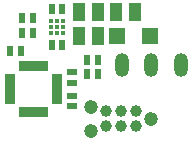
<source format=gbs>
G04*
G04 #@! TF.GenerationSoftware,Altium Limited,Altium Designer,25.8.1 (18)*
G04*
G04 Layer_Color=16711935*
%FSLAX44Y44*%
%MOMM*%
G71*
G04*
G04 #@! TF.SameCoordinates,116CCF62-5798-44C4-8A89-1D291C0AF353*
G04*
G04*
G04 #@! TF.FilePolarity,Negative*
G04*
G01*
G75*
%ADD14C,1.1938*%
%ADD15O,1.2032X2.0032*%
%ADD35C,0.4532*%
%ADD36R,0.6032X0.9032*%
%ADD37C,0.9906*%
%ADD38R,1.4032X1.4032*%
%ADD39R,1.0032X1.5032*%
%ADD40R,0.9332X0.5032*%
%ADD41R,0.5032X0.9332*%
%ADD42R,0.9032X0.6032*%
D14*
X360000Y105000D02*
D03*
X309200Y115160D02*
D03*
Y94840D02*
D03*
D15*
X385000Y150000D02*
D03*
X360000D02*
D03*
X335000D02*
D03*
D35*
X280000Y182500D02*
D03*
X285000D02*
D03*
Y187500D02*
D03*
X280000D02*
D03*
X275000D02*
D03*
Y182500D02*
D03*
Y177500D02*
D03*
X280000D02*
D03*
X285000D02*
D03*
D36*
X250500Y190000D02*
D03*
X259500D02*
D03*
X250500Y177500D02*
D03*
X259500D02*
D03*
X240500Y162500D02*
D03*
X249500D02*
D03*
X314500Y155000D02*
D03*
X305500D02*
D03*
X284500Y197500D02*
D03*
X275500D02*
D03*
X284500Y167500D02*
D03*
X275500D02*
D03*
X314500Y142500D02*
D03*
X305500D02*
D03*
D37*
X347300Y98650D02*
D03*
Y111350D02*
D03*
X334600Y98650D02*
D03*
Y111350D02*
D03*
X321900Y98650D02*
D03*
Y111350D02*
D03*
D38*
X359000Y175000D02*
D03*
X331000D02*
D03*
D39*
X346000Y195000D02*
D03*
X330000D02*
D03*
X299000D02*
D03*
X315000D02*
D03*
X299000Y175000D02*
D03*
X315000D02*
D03*
D40*
X279650Y120000D02*
D03*
Y125000D02*
D03*
Y130000D02*
D03*
Y135000D02*
D03*
Y140000D02*
D03*
X240350D02*
D03*
Y135000D02*
D03*
Y130000D02*
D03*
Y125000D02*
D03*
Y120000D02*
D03*
D41*
X270000Y149650D02*
D03*
X265000D02*
D03*
X260000D02*
D03*
X255000D02*
D03*
X250000D02*
D03*
Y110350D02*
D03*
X255000D02*
D03*
X260000D02*
D03*
X265000D02*
D03*
X270000D02*
D03*
D42*
X292500Y144500D02*
D03*
Y135500D02*
D03*
Y124500D02*
D03*
Y115500D02*
D03*
M02*

</source>
